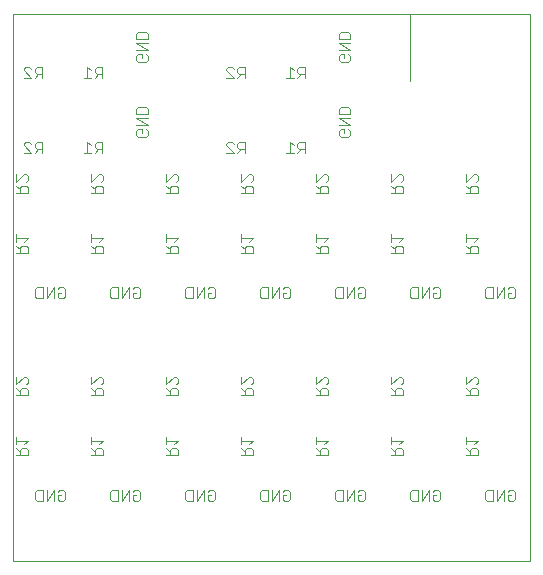
<source format=gbo>
G75*
%MOIN*%
%OFA0B0*%
%FSLAX25Y25*%
%IPPOS*%
%LPD*%
%AMOC8*
5,1,8,0,0,1.08239X$1,22.5*
%
%ADD10C,0.00300*%
%ADD11C,0.00000*%
D10*
X0009532Y0021550D02*
X0008915Y0022167D01*
X0008915Y0024636D01*
X0009532Y0025253D01*
X0011384Y0025253D01*
X0011384Y0021550D01*
X0009532Y0021550D01*
X0012598Y0021550D02*
X0012598Y0025253D01*
X0015067Y0025253D02*
X0012598Y0021550D01*
X0015067Y0021550D02*
X0015067Y0025253D01*
X0016281Y0024636D02*
X0016898Y0025253D01*
X0018133Y0025253D01*
X0018750Y0024636D01*
X0018750Y0022167D01*
X0018133Y0021550D01*
X0016898Y0021550D01*
X0016281Y0022167D01*
X0016281Y0023402D01*
X0017516Y0023402D01*
X0027550Y0036684D02*
X0031253Y0036684D01*
X0031253Y0038535D01*
X0030636Y0039152D01*
X0029402Y0039152D01*
X0028784Y0038535D01*
X0028784Y0036684D01*
X0028784Y0037918D02*
X0027550Y0039152D01*
X0027550Y0040367D02*
X0027550Y0042836D01*
X0027550Y0041601D02*
X0031253Y0041601D01*
X0030019Y0040367D01*
X0034532Y0025253D02*
X0036384Y0025253D01*
X0036384Y0021550D01*
X0034532Y0021550D01*
X0033915Y0022167D01*
X0033915Y0024636D01*
X0034532Y0025253D01*
X0037598Y0025253D02*
X0037598Y0021550D01*
X0040067Y0025253D01*
X0040067Y0021550D01*
X0041281Y0022167D02*
X0041281Y0023402D01*
X0042516Y0023402D01*
X0043750Y0024636D02*
X0043750Y0022167D01*
X0043133Y0021550D01*
X0041898Y0021550D01*
X0041281Y0022167D01*
X0041281Y0024636D02*
X0041898Y0025253D01*
X0043133Y0025253D01*
X0043750Y0024636D01*
X0052550Y0036684D02*
X0056253Y0036684D01*
X0056253Y0038535D01*
X0055636Y0039152D01*
X0054402Y0039152D01*
X0053784Y0038535D01*
X0053784Y0036684D01*
X0053784Y0037918D02*
X0052550Y0039152D01*
X0052550Y0040367D02*
X0052550Y0042836D01*
X0052550Y0041601D02*
X0056253Y0041601D01*
X0055019Y0040367D01*
X0059532Y0025253D02*
X0061384Y0025253D01*
X0061384Y0021550D01*
X0059532Y0021550D01*
X0058915Y0022167D01*
X0058915Y0024636D01*
X0059532Y0025253D01*
X0062598Y0025253D02*
X0062598Y0021550D01*
X0065067Y0025253D01*
X0065067Y0021550D01*
X0066281Y0022167D02*
X0066281Y0023402D01*
X0067516Y0023402D01*
X0068750Y0024636D02*
X0068133Y0025253D01*
X0066898Y0025253D01*
X0066281Y0024636D01*
X0066281Y0022167D02*
X0066898Y0021550D01*
X0068133Y0021550D01*
X0068750Y0022167D01*
X0068750Y0024636D01*
X0077550Y0036684D02*
X0081253Y0036684D01*
X0081253Y0038535D01*
X0080636Y0039152D01*
X0079402Y0039152D01*
X0078784Y0038535D01*
X0078784Y0036684D01*
X0078784Y0037918D02*
X0077550Y0039152D01*
X0077550Y0040367D02*
X0077550Y0042836D01*
X0077550Y0041601D02*
X0081253Y0041601D01*
X0080019Y0040367D01*
X0084532Y0025253D02*
X0083915Y0024636D01*
X0083915Y0022167D01*
X0084532Y0021550D01*
X0086384Y0021550D01*
X0086384Y0025253D01*
X0084532Y0025253D01*
X0087598Y0025253D02*
X0087598Y0021550D01*
X0090067Y0025253D01*
X0090067Y0021550D01*
X0091281Y0022167D02*
X0091281Y0023402D01*
X0092516Y0023402D01*
X0093750Y0024636D02*
X0093750Y0022167D01*
X0093133Y0021550D01*
X0091898Y0021550D01*
X0091281Y0022167D01*
X0091281Y0024636D02*
X0091898Y0025253D01*
X0093133Y0025253D01*
X0093750Y0024636D01*
X0102550Y0036684D02*
X0106253Y0036684D01*
X0106253Y0038535D01*
X0105636Y0039152D01*
X0104402Y0039152D01*
X0103784Y0038535D01*
X0103784Y0036684D01*
X0103784Y0037918D02*
X0102550Y0039152D01*
X0102550Y0040367D02*
X0102550Y0042836D01*
X0102550Y0041601D02*
X0106253Y0041601D01*
X0105019Y0040367D01*
X0109532Y0025253D02*
X0111384Y0025253D01*
X0111384Y0021550D01*
X0109532Y0021550D01*
X0108915Y0022167D01*
X0108915Y0024636D01*
X0109532Y0025253D01*
X0112598Y0025253D02*
X0112598Y0021550D01*
X0115067Y0025253D01*
X0115067Y0021550D01*
X0116281Y0022167D02*
X0116281Y0023402D01*
X0117516Y0023402D01*
X0118750Y0024636D02*
X0118750Y0022167D01*
X0118133Y0021550D01*
X0116898Y0021550D01*
X0116281Y0022167D01*
X0116281Y0024636D02*
X0116898Y0025253D01*
X0118133Y0025253D01*
X0118750Y0024636D01*
X0127550Y0036684D02*
X0131253Y0036684D01*
X0131253Y0038535D01*
X0130636Y0039152D01*
X0129402Y0039152D01*
X0128784Y0038535D01*
X0128784Y0036684D01*
X0128784Y0037918D02*
X0127550Y0039152D01*
X0127550Y0040367D02*
X0127550Y0042836D01*
X0127550Y0041601D02*
X0131253Y0041601D01*
X0130019Y0040367D01*
X0134532Y0025253D02*
X0136384Y0025253D01*
X0136384Y0021550D01*
X0134532Y0021550D01*
X0133915Y0022167D01*
X0133915Y0024636D01*
X0134532Y0025253D01*
X0137598Y0025253D02*
X0137598Y0021550D01*
X0140067Y0025253D01*
X0140067Y0021550D01*
X0141281Y0022167D02*
X0141281Y0023402D01*
X0142516Y0023402D01*
X0143750Y0024636D02*
X0143133Y0025253D01*
X0141898Y0025253D01*
X0141281Y0024636D01*
X0141281Y0022167D02*
X0141898Y0021550D01*
X0143133Y0021550D01*
X0143750Y0022167D01*
X0143750Y0024636D01*
X0152550Y0036684D02*
X0156253Y0036684D01*
X0156253Y0038535D01*
X0155636Y0039152D01*
X0154402Y0039152D01*
X0153784Y0038535D01*
X0153784Y0036684D01*
X0153784Y0037918D02*
X0152550Y0039152D01*
X0152550Y0040367D02*
X0152550Y0042836D01*
X0152550Y0041601D02*
X0156253Y0041601D01*
X0155019Y0040367D01*
X0159532Y0025253D02*
X0158915Y0024636D01*
X0158915Y0022167D01*
X0159532Y0021550D01*
X0161384Y0021550D01*
X0161384Y0025253D01*
X0159532Y0025253D01*
X0162598Y0025253D02*
X0162598Y0021550D01*
X0165067Y0025253D01*
X0165067Y0021550D01*
X0166281Y0022167D02*
X0166281Y0023402D01*
X0167516Y0023402D01*
X0168750Y0024636D02*
X0168133Y0025253D01*
X0166898Y0025253D01*
X0166281Y0024636D01*
X0166281Y0022167D02*
X0166898Y0021550D01*
X0168133Y0021550D01*
X0168750Y0022167D01*
X0168750Y0024636D01*
X0156253Y0056684D02*
X0152550Y0056684D01*
X0153784Y0056684D02*
X0153784Y0058535D01*
X0154402Y0059152D01*
X0155636Y0059152D01*
X0156253Y0058535D01*
X0156253Y0056684D01*
X0153784Y0057918D02*
X0152550Y0059152D01*
X0152550Y0060367D02*
X0155019Y0062836D01*
X0155636Y0062836D01*
X0156253Y0062218D01*
X0156253Y0060984D01*
X0155636Y0060367D01*
X0152550Y0060367D02*
X0152550Y0062836D01*
X0131253Y0062218D02*
X0131253Y0060984D01*
X0130636Y0060367D01*
X0130636Y0059152D02*
X0129402Y0059152D01*
X0128784Y0058535D01*
X0128784Y0056684D01*
X0127550Y0056684D02*
X0131253Y0056684D01*
X0131253Y0058535D01*
X0130636Y0059152D01*
X0128784Y0057918D02*
X0127550Y0059152D01*
X0127550Y0060367D02*
X0130019Y0062836D01*
X0130636Y0062836D01*
X0131253Y0062218D01*
X0127550Y0062836D02*
X0127550Y0060367D01*
X0106253Y0060984D02*
X0105636Y0060367D01*
X0106253Y0060984D02*
X0106253Y0062218D01*
X0105636Y0062836D01*
X0105019Y0062836D01*
X0102550Y0060367D01*
X0102550Y0062836D01*
X0102550Y0059152D02*
X0103784Y0057918D01*
X0103784Y0058535D02*
X0103784Y0056684D01*
X0102550Y0056684D02*
X0106253Y0056684D01*
X0106253Y0058535D01*
X0105636Y0059152D01*
X0104402Y0059152D01*
X0103784Y0058535D01*
X0081253Y0058535D02*
X0081253Y0056684D01*
X0077550Y0056684D01*
X0078784Y0056684D02*
X0078784Y0058535D01*
X0079402Y0059152D01*
X0080636Y0059152D01*
X0081253Y0058535D01*
X0080636Y0060367D02*
X0081253Y0060984D01*
X0081253Y0062218D01*
X0080636Y0062836D01*
X0080019Y0062836D01*
X0077550Y0060367D01*
X0077550Y0062836D01*
X0077550Y0059152D02*
X0078784Y0057918D01*
X0056253Y0058535D02*
X0056253Y0056684D01*
X0052550Y0056684D01*
X0053784Y0056684D02*
X0053784Y0058535D01*
X0054402Y0059152D01*
X0055636Y0059152D01*
X0056253Y0058535D01*
X0055636Y0060367D02*
X0056253Y0060984D01*
X0056253Y0062218D01*
X0055636Y0062836D01*
X0055019Y0062836D01*
X0052550Y0060367D01*
X0052550Y0062836D01*
X0052550Y0059152D02*
X0053784Y0057918D01*
X0031253Y0058535D02*
X0031253Y0056684D01*
X0027550Y0056684D01*
X0028784Y0056684D02*
X0028784Y0058535D01*
X0029402Y0059152D01*
X0030636Y0059152D01*
X0031253Y0058535D01*
X0030636Y0060367D02*
X0031253Y0060984D01*
X0031253Y0062218D01*
X0030636Y0062836D01*
X0030019Y0062836D01*
X0027550Y0060367D01*
X0027550Y0062836D01*
X0027550Y0059152D02*
X0028784Y0057918D01*
X0006253Y0058535D02*
X0006253Y0056684D01*
X0002550Y0056684D01*
X0003784Y0056684D02*
X0003784Y0058535D01*
X0004402Y0059152D01*
X0005636Y0059152D01*
X0006253Y0058535D01*
X0005636Y0060367D02*
X0006253Y0060984D01*
X0006253Y0062218D01*
X0005636Y0062836D01*
X0005019Y0062836D01*
X0002550Y0060367D01*
X0002550Y0062836D01*
X0002550Y0059152D02*
X0003784Y0057918D01*
X0002550Y0042836D02*
X0002550Y0040367D01*
X0002550Y0039152D02*
X0003784Y0037918D01*
X0003784Y0038535D02*
X0003784Y0036684D01*
X0002550Y0036684D02*
X0006253Y0036684D01*
X0006253Y0038535D01*
X0005636Y0039152D01*
X0004402Y0039152D01*
X0003784Y0038535D01*
X0005019Y0040367D02*
X0006253Y0041601D01*
X0002550Y0041601D01*
X0009532Y0089050D02*
X0008915Y0089667D01*
X0008915Y0092136D01*
X0009532Y0092753D01*
X0011384Y0092753D01*
X0011384Y0089050D01*
X0009532Y0089050D01*
X0012598Y0089050D02*
X0012598Y0092753D01*
X0015067Y0092753D02*
X0012598Y0089050D01*
X0015067Y0089050D02*
X0015067Y0092753D01*
X0016281Y0092136D02*
X0016898Y0092753D01*
X0018133Y0092753D01*
X0018750Y0092136D01*
X0018750Y0089667D01*
X0018133Y0089050D01*
X0016898Y0089050D01*
X0016281Y0089667D01*
X0016281Y0090902D01*
X0017516Y0090902D01*
X0027550Y0104184D02*
X0031253Y0104184D01*
X0031253Y0106035D01*
X0030636Y0106652D01*
X0029402Y0106652D01*
X0028784Y0106035D01*
X0028784Y0104184D01*
X0028784Y0105418D02*
X0027550Y0106652D01*
X0027550Y0107867D02*
X0027550Y0110336D01*
X0027550Y0109101D02*
X0031253Y0109101D01*
X0030019Y0107867D01*
X0034532Y0092753D02*
X0036384Y0092753D01*
X0036384Y0089050D01*
X0034532Y0089050D01*
X0033915Y0089667D01*
X0033915Y0092136D01*
X0034532Y0092753D01*
X0037598Y0092753D02*
X0037598Y0089050D01*
X0040067Y0092753D01*
X0040067Y0089050D01*
X0041281Y0089667D02*
X0041281Y0090902D01*
X0042516Y0090902D01*
X0043750Y0092136D02*
X0043750Y0089667D01*
X0043133Y0089050D01*
X0041898Y0089050D01*
X0041281Y0089667D01*
X0041281Y0092136D02*
X0041898Y0092753D01*
X0043133Y0092753D01*
X0043750Y0092136D01*
X0052550Y0104184D02*
X0056253Y0104184D01*
X0056253Y0106035D01*
X0055636Y0106652D01*
X0054402Y0106652D01*
X0053784Y0106035D01*
X0053784Y0104184D01*
X0053784Y0105418D02*
X0052550Y0106652D01*
X0052550Y0107867D02*
X0052550Y0110336D01*
X0052550Y0109101D02*
X0056253Y0109101D01*
X0055019Y0107867D01*
X0059532Y0092753D02*
X0061384Y0092753D01*
X0061384Y0089050D01*
X0059532Y0089050D01*
X0058915Y0089667D01*
X0058915Y0092136D01*
X0059532Y0092753D01*
X0062598Y0092753D02*
X0062598Y0089050D01*
X0065067Y0092753D01*
X0065067Y0089050D01*
X0066281Y0089667D02*
X0066281Y0090902D01*
X0067516Y0090902D01*
X0068750Y0092136D02*
X0068133Y0092753D01*
X0066898Y0092753D01*
X0066281Y0092136D01*
X0066281Y0089667D02*
X0066898Y0089050D01*
X0068133Y0089050D01*
X0068750Y0089667D01*
X0068750Y0092136D01*
X0077550Y0104184D02*
X0081253Y0104184D01*
X0081253Y0106035D01*
X0080636Y0106652D01*
X0079402Y0106652D01*
X0078784Y0106035D01*
X0078784Y0104184D01*
X0078784Y0105418D02*
X0077550Y0106652D01*
X0077550Y0107867D02*
X0077550Y0110336D01*
X0077550Y0109101D02*
X0081253Y0109101D01*
X0080019Y0107867D01*
X0084532Y0092753D02*
X0086384Y0092753D01*
X0086384Y0089050D01*
X0084532Y0089050D01*
X0083915Y0089667D01*
X0083915Y0092136D01*
X0084532Y0092753D01*
X0087598Y0092753D02*
X0087598Y0089050D01*
X0090067Y0092753D01*
X0090067Y0089050D01*
X0091281Y0089667D02*
X0091281Y0090902D01*
X0092516Y0090902D01*
X0093750Y0092136D02*
X0093750Y0089667D01*
X0093133Y0089050D01*
X0091898Y0089050D01*
X0091281Y0089667D01*
X0091281Y0092136D02*
X0091898Y0092753D01*
X0093133Y0092753D01*
X0093750Y0092136D01*
X0102550Y0104184D02*
X0106253Y0104184D01*
X0106253Y0106035D01*
X0105636Y0106652D01*
X0104402Y0106652D01*
X0103784Y0106035D01*
X0103784Y0104184D01*
X0103784Y0105418D02*
X0102550Y0106652D01*
X0102550Y0107867D02*
X0102550Y0110336D01*
X0102550Y0109101D02*
X0106253Y0109101D01*
X0105019Y0107867D01*
X0109532Y0092753D02*
X0111384Y0092753D01*
X0111384Y0089050D01*
X0109532Y0089050D01*
X0108915Y0089667D01*
X0108915Y0092136D01*
X0109532Y0092753D01*
X0112598Y0092753D02*
X0112598Y0089050D01*
X0115067Y0092753D01*
X0115067Y0089050D01*
X0116281Y0089667D02*
X0116281Y0090902D01*
X0117516Y0090902D01*
X0118750Y0092136D02*
X0118750Y0089667D01*
X0118133Y0089050D01*
X0116898Y0089050D01*
X0116281Y0089667D01*
X0116281Y0092136D02*
X0116898Y0092753D01*
X0118133Y0092753D01*
X0118750Y0092136D01*
X0127550Y0104184D02*
X0131253Y0104184D01*
X0131253Y0106035D01*
X0130636Y0106652D01*
X0129402Y0106652D01*
X0128784Y0106035D01*
X0128784Y0104184D01*
X0128784Y0105418D02*
X0127550Y0106652D01*
X0127550Y0107867D02*
X0127550Y0110336D01*
X0127550Y0109101D02*
X0131253Y0109101D01*
X0130019Y0107867D01*
X0134532Y0092753D02*
X0136384Y0092753D01*
X0136384Y0089050D01*
X0134532Y0089050D01*
X0133915Y0089667D01*
X0133915Y0092136D01*
X0134532Y0092753D01*
X0137598Y0092753D02*
X0137598Y0089050D01*
X0140067Y0092753D01*
X0140067Y0089050D01*
X0141281Y0089667D02*
X0141281Y0090902D01*
X0142516Y0090902D01*
X0143750Y0092136D02*
X0143133Y0092753D01*
X0141898Y0092753D01*
X0141281Y0092136D01*
X0141281Y0089667D02*
X0141898Y0089050D01*
X0143133Y0089050D01*
X0143750Y0089667D01*
X0143750Y0092136D01*
X0152550Y0104184D02*
X0156253Y0104184D01*
X0156253Y0106035D01*
X0155636Y0106652D01*
X0154402Y0106652D01*
X0153784Y0106035D01*
X0153784Y0104184D01*
X0153784Y0105418D02*
X0152550Y0106652D01*
X0152550Y0107867D02*
X0152550Y0110336D01*
X0152550Y0109101D02*
X0156253Y0109101D01*
X0155019Y0107867D01*
X0159532Y0092753D02*
X0161384Y0092753D01*
X0161384Y0089050D01*
X0159532Y0089050D01*
X0158915Y0089667D01*
X0158915Y0092136D01*
X0159532Y0092753D01*
X0162598Y0092753D02*
X0162598Y0089050D01*
X0165067Y0092753D01*
X0165067Y0089050D01*
X0166281Y0089667D02*
X0166281Y0090902D01*
X0167516Y0090902D01*
X0168750Y0092136D02*
X0168133Y0092753D01*
X0166898Y0092753D01*
X0166281Y0092136D01*
X0166281Y0089667D02*
X0166898Y0089050D01*
X0168133Y0089050D01*
X0168750Y0089667D01*
X0168750Y0092136D01*
X0156253Y0124184D02*
X0152550Y0124184D01*
X0153784Y0124184D02*
X0153784Y0126035D01*
X0154402Y0126652D01*
X0155636Y0126652D01*
X0156253Y0126035D01*
X0156253Y0124184D01*
X0153784Y0125418D02*
X0152550Y0126652D01*
X0152550Y0127867D02*
X0155019Y0130336D01*
X0155636Y0130336D01*
X0156253Y0129718D01*
X0156253Y0128484D01*
X0155636Y0127867D01*
X0152550Y0127867D02*
X0152550Y0130336D01*
X0131253Y0129718D02*
X0131253Y0128484D01*
X0130636Y0127867D01*
X0130636Y0126652D02*
X0129402Y0126652D01*
X0128784Y0126035D01*
X0128784Y0124184D01*
X0127550Y0124184D02*
X0131253Y0124184D01*
X0131253Y0126035D01*
X0130636Y0126652D01*
X0128784Y0125418D02*
X0127550Y0126652D01*
X0127550Y0127867D02*
X0130019Y0130336D01*
X0130636Y0130336D01*
X0131253Y0129718D01*
X0127550Y0130336D02*
X0127550Y0127867D01*
X0113136Y0143001D02*
X0110667Y0143001D01*
X0110050Y0143618D01*
X0110050Y0144852D01*
X0110667Y0145469D01*
X0111902Y0145469D01*
X0111902Y0144235D01*
X0113136Y0145469D02*
X0113753Y0144852D01*
X0113753Y0143618D01*
X0113136Y0143001D01*
X0113753Y0146684D02*
X0110050Y0146684D01*
X0110050Y0149152D02*
X0113753Y0149152D01*
X0113753Y0150367D02*
X0113753Y0152218D01*
X0113136Y0152836D01*
X0110667Y0152836D01*
X0110050Y0152218D01*
X0110050Y0150367D01*
X0113753Y0150367D01*
X0113753Y0146684D02*
X0110050Y0149152D01*
X0098616Y0141253D02*
X0098616Y0137550D01*
X0098616Y0138784D02*
X0096765Y0138784D01*
X0096148Y0139402D01*
X0096148Y0140636D01*
X0096765Y0141253D01*
X0098616Y0141253D01*
X0097382Y0138784D02*
X0096148Y0137550D01*
X0094933Y0137550D02*
X0092464Y0137550D01*
X0093699Y0137550D02*
X0093699Y0141253D01*
X0094933Y0140019D01*
X0102550Y0130336D02*
X0102550Y0127867D01*
X0105019Y0130336D01*
X0105636Y0130336D01*
X0106253Y0129718D01*
X0106253Y0128484D01*
X0105636Y0127867D01*
X0105636Y0126652D02*
X0104402Y0126652D01*
X0103784Y0126035D01*
X0103784Y0124184D01*
X0102550Y0124184D02*
X0106253Y0124184D01*
X0106253Y0126035D01*
X0105636Y0126652D01*
X0103784Y0125418D02*
X0102550Y0126652D01*
X0081253Y0126035D02*
X0081253Y0124184D01*
X0077550Y0124184D01*
X0078784Y0124184D02*
X0078784Y0126035D01*
X0079402Y0126652D01*
X0080636Y0126652D01*
X0081253Y0126035D01*
X0080636Y0127867D02*
X0081253Y0128484D01*
X0081253Y0129718D01*
X0080636Y0130336D01*
X0080019Y0130336D01*
X0077550Y0127867D01*
X0077550Y0130336D01*
X0077550Y0126652D02*
X0078784Y0125418D01*
X0078616Y0137550D02*
X0078616Y0141253D01*
X0076765Y0141253D01*
X0076148Y0140636D01*
X0076148Y0139402D01*
X0076765Y0138784D01*
X0078616Y0138784D01*
X0077382Y0138784D02*
X0076148Y0137550D01*
X0074933Y0137550D02*
X0072464Y0140019D01*
X0072464Y0140636D01*
X0073082Y0141253D01*
X0074316Y0141253D01*
X0074933Y0140636D01*
X0074933Y0137550D02*
X0072464Y0137550D01*
X0056253Y0129718D02*
X0056253Y0128484D01*
X0055636Y0127867D01*
X0055636Y0126652D02*
X0054402Y0126652D01*
X0053784Y0126035D01*
X0053784Y0124184D01*
X0052550Y0124184D02*
X0056253Y0124184D01*
X0056253Y0126035D01*
X0055636Y0126652D01*
X0053784Y0125418D02*
X0052550Y0126652D01*
X0052550Y0127867D02*
X0055019Y0130336D01*
X0055636Y0130336D01*
X0056253Y0129718D01*
X0052550Y0130336D02*
X0052550Y0127867D01*
X0045636Y0143001D02*
X0043167Y0143001D01*
X0042550Y0143618D01*
X0042550Y0144852D01*
X0043167Y0145469D01*
X0044402Y0145469D01*
X0044402Y0144235D01*
X0045636Y0145469D02*
X0046253Y0144852D01*
X0046253Y0143618D01*
X0045636Y0143001D01*
X0046253Y0146684D02*
X0042550Y0146684D01*
X0042550Y0149152D02*
X0046253Y0149152D01*
X0046253Y0150367D02*
X0046253Y0152218D01*
X0045636Y0152836D01*
X0043167Y0152836D01*
X0042550Y0152218D01*
X0042550Y0150367D01*
X0046253Y0150367D01*
X0046253Y0146684D02*
X0042550Y0149152D01*
X0031116Y0141253D02*
X0031116Y0137550D01*
X0031116Y0138784D02*
X0029265Y0138784D01*
X0028648Y0139402D01*
X0028648Y0140636D01*
X0029265Y0141253D01*
X0031116Y0141253D01*
X0029882Y0138784D02*
X0028648Y0137550D01*
X0027433Y0137550D02*
X0024964Y0137550D01*
X0026199Y0137550D02*
X0026199Y0141253D01*
X0027433Y0140019D01*
X0027550Y0130336D02*
X0027550Y0127867D01*
X0030019Y0130336D01*
X0030636Y0130336D01*
X0031253Y0129718D01*
X0031253Y0128484D01*
X0030636Y0127867D01*
X0030636Y0126652D02*
X0029402Y0126652D01*
X0028784Y0126035D01*
X0028784Y0124184D01*
X0027550Y0124184D02*
X0031253Y0124184D01*
X0031253Y0126035D01*
X0030636Y0126652D01*
X0028784Y0125418D02*
X0027550Y0126652D01*
X0011116Y0137550D02*
X0011116Y0141253D01*
X0009265Y0141253D01*
X0008648Y0140636D01*
X0008648Y0139402D01*
X0009265Y0138784D01*
X0011116Y0138784D01*
X0009882Y0138784D02*
X0008648Y0137550D01*
X0007433Y0137550D02*
X0004964Y0140019D01*
X0004964Y0140636D01*
X0005582Y0141253D01*
X0006816Y0141253D01*
X0007433Y0140636D01*
X0007433Y0137550D02*
X0004964Y0137550D01*
X0005019Y0130336D02*
X0005636Y0130336D01*
X0006253Y0129718D01*
X0006253Y0128484D01*
X0005636Y0127867D01*
X0005636Y0126652D02*
X0004402Y0126652D01*
X0003784Y0126035D01*
X0003784Y0124184D01*
X0002550Y0124184D02*
X0006253Y0124184D01*
X0006253Y0126035D01*
X0005636Y0126652D01*
X0003784Y0125418D02*
X0002550Y0126652D01*
X0002550Y0127867D02*
X0005019Y0130336D01*
X0002550Y0130336D02*
X0002550Y0127867D01*
X0002550Y0110336D02*
X0002550Y0107867D01*
X0002550Y0106652D02*
X0003784Y0105418D01*
X0003784Y0106035D02*
X0003784Y0104184D01*
X0002550Y0104184D02*
X0006253Y0104184D01*
X0006253Y0106035D01*
X0005636Y0106652D01*
X0004402Y0106652D01*
X0003784Y0106035D01*
X0005019Y0107867D02*
X0006253Y0109101D01*
X0002550Y0109101D01*
X0004964Y0162550D02*
X0007433Y0162550D01*
X0004964Y0165019D01*
X0004964Y0165636D01*
X0005582Y0166253D01*
X0006816Y0166253D01*
X0007433Y0165636D01*
X0008648Y0165636D02*
X0008648Y0164402D01*
X0009265Y0163784D01*
X0011116Y0163784D01*
X0011116Y0162550D02*
X0011116Y0166253D01*
X0009265Y0166253D01*
X0008648Y0165636D01*
X0009882Y0163784D02*
X0008648Y0162550D01*
X0024964Y0162550D02*
X0027433Y0162550D01*
X0028648Y0162550D02*
X0029882Y0163784D01*
X0029265Y0163784D02*
X0031116Y0163784D01*
X0031116Y0162550D02*
X0031116Y0166253D01*
X0029265Y0166253D01*
X0028648Y0165636D01*
X0028648Y0164402D01*
X0029265Y0163784D01*
X0027433Y0165019D02*
X0026199Y0166253D01*
X0026199Y0162550D01*
X0042550Y0168618D02*
X0042550Y0169852D01*
X0043167Y0170469D01*
X0044402Y0170469D01*
X0044402Y0169235D01*
X0045636Y0170469D02*
X0046253Y0169852D01*
X0046253Y0168618D01*
X0045636Y0168001D01*
X0043167Y0168001D01*
X0042550Y0168618D01*
X0042550Y0171684D02*
X0046253Y0171684D01*
X0042550Y0174152D01*
X0046253Y0174152D01*
X0046253Y0175367D02*
X0046253Y0177218D01*
X0045636Y0177836D01*
X0043167Y0177836D01*
X0042550Y0177218D01*
X0042550Y0175367D01*
X0046253Y0175367D01*
X0072464Y0165636D02*
X0073082Y0166253D01*
X0074316Y0166253D01*
X0074933Y0165636D01*
X0076148Y0165636D02*
X0076148Y0164402D01*
X0076765Y0163784D01*
X0078616Y0163784D01*
X0078616Y0162550D02*
X0078616Y0166253D01*
X0076765Y0166253D01*
X0076148Y0165636D01*
X0077382Y0163784D02*
X0076148Y0162550D01*
X0074933Y0162550D02*
X0072464Y0165019D01*
X0072464Y0165636D01*
X0072464Y0162550D02*
X0074933Y0162550D01*
X0092464Y0162550D02*
X0094933Y0162550D01*
X0096148Y0162550D02*
X0097382Y0163784D01*
X0096765Y0163784D02*
X0098616Y0163784D01*
X0098616Y0162550D02*
X0098616Y0166253D01*
X0096765Y0166253D01*
X0096148Y0165636D01*
X0096148Y0164402D01*
X0096765Y0163784D01*
X0094933Y0165019D02*
X0093699Y0166253D01*
X0093699Y0162550D01*
X0110050Y0168618D02*
X0110050Y0169852D01*
X0110667Y0170469D01*
X0111902Y0170469D01*
X0111902Y0169235D01*
X0113136Y0170469D02*
X0113753Y0169852D01*
X0113753Y0168618D01*
X0113136Y0168001D01*
X0110667Y0168001D01*
X0110050Y0168618D01*
X0110050Y0171684D02*
X0113753Y0171684D01*
X0110050Y0174152D01*
X0113753Y0174152D01*
X0113753Y0175367D02*
X0113753Y0177218D01*
X0113136Y0177836D01*
X0110667Y0177836D01*
X0110050Y0177218D01*
X0110050Y0175367D01*
X0113753Y0175367D01*
D11*
X0173900Y0001400D02*
X0001400Y0001400D01*
X0001400Y0183900D01*
X0001439Y0183900D02*
X0002025Y0183900D01*
X0066400Y0183900D01*
X0173900Y0183900D01*
X0173900Y0183275D01*
X0173900Y0180150D01*
X0173900Y0001400D01*
X0148900Y0001400D02*
X0126400Y0001400D01*
X0123900Y0001400D02*
X0101400Y0001400D01*
X0098900Y0001400D02*
X0076400Y0001400D01*
X0073900Y0001400D02*
X0051400Y0001400D01*
X0048900Y0001400D02*
X0026400Y0001400D01*
X0001400Y0136400D02*
X0001400Y0158900D01*
X0068939Y0183900D02*
X0133900Y0183900D01*
X0133900Y0161400D01*
M02*

</source>
